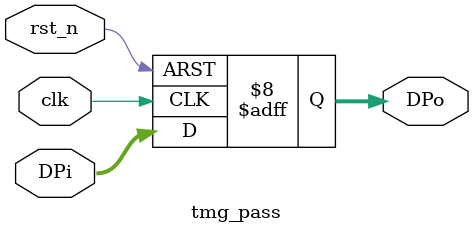
<source format=v>
/**********************************************************************/
//      COPYRIGHT (C)  National Chung-Cheng University
//
// MODULE:        pass Circuit
//
// FILE NAME:     pass.v
// VERSION:       1.0
// DATE:          May. 28, 2013
// AUTHOR:        Chao-Yung Chang
// 
// CODE TYPE:     RTL model
//
// DESCRIPTION:   input pass to output  
//         
/**********************************************************************/
`timescale 1ns/1ps

module tmg_pass(
input             clk,
input             rst_n,
input      [26:0] DPi,
output reg [26:0] DPo
);
  
  reg [23:0] test [3:0];
  
  
always@ ( posedge clk or negedge rst_n ) begin
  if ( ~rst_n )begin
    DPo <= 27'b0;
  end else begin
    DPo <= DPi;


  end
end

always @ ( posedge clk ) begin
      test[0] <= DPi[23: 0];
      test[1] <= test[0];
      test[2] <= test[1];
      test[3] <= test[2];
end
     
     
endmodule     

</source>
